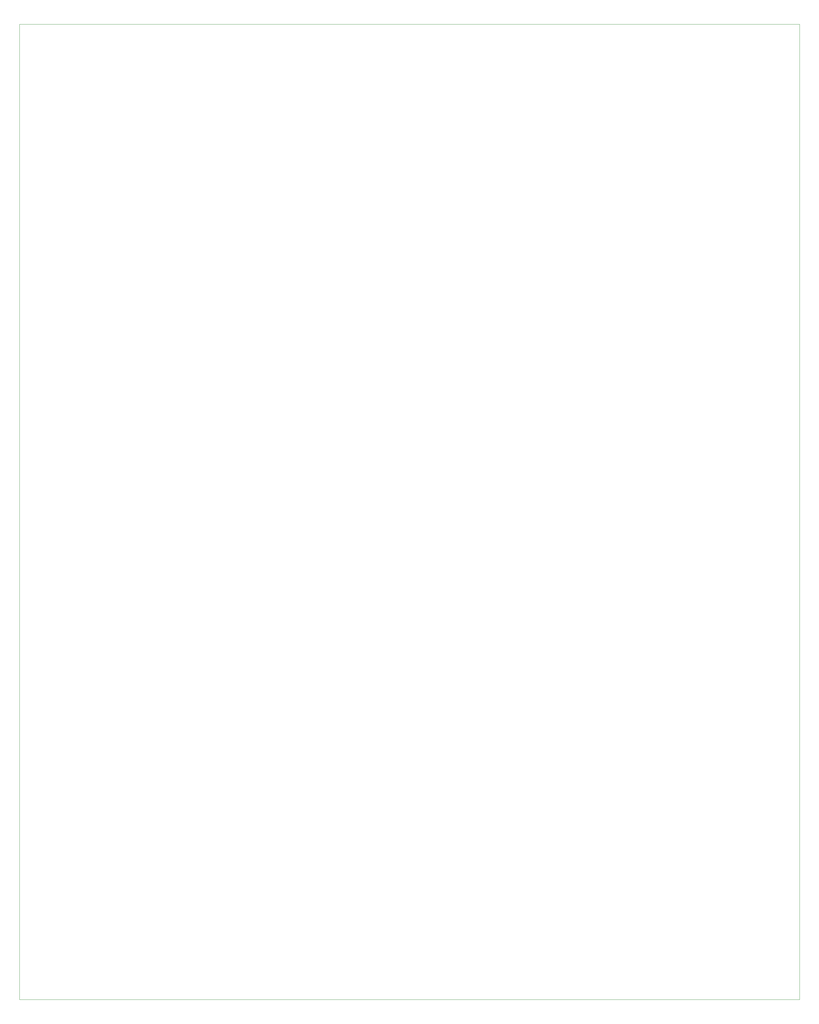
<source format=gbr>
%FSLAX34Y34*%
%MOMM*%
%LNOUTLINE*%
G71*
G01*
%ADD10C,0.002*%
%LPD*%
G54D10*
X-415970Y2253948D02*
X1824030Y2253948D01*
X1824030Y-546052D01*
X-415970Y-546052D01*
X-415970Y2253948D01*
M02*

</source>
